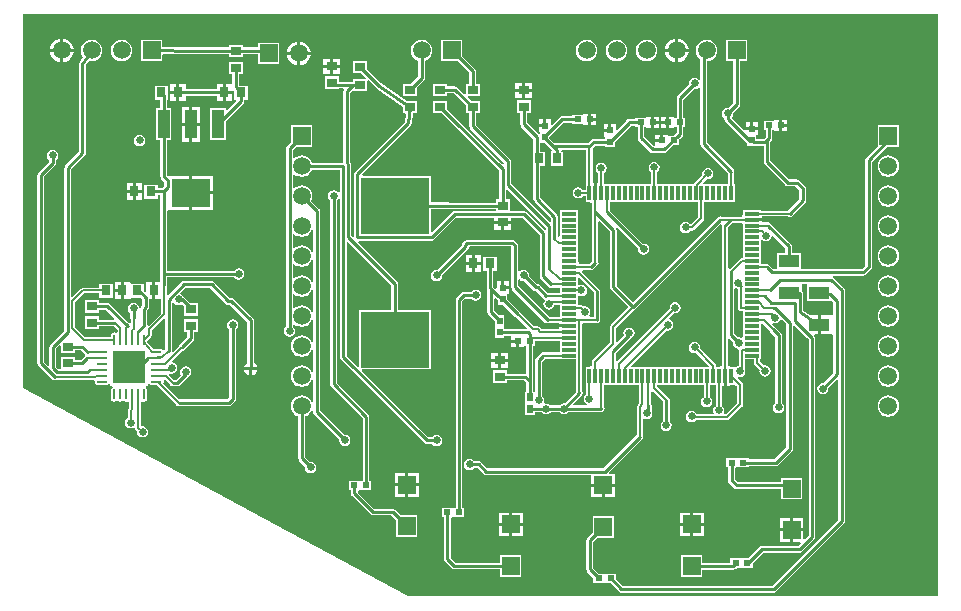
<source format=gtl>
%FSTAX23Y23*%
%MOIN*%
%SFA1B1*%

%IPPOS*%
%ADD10R,0.226380X0.187010*%
%ADD11O,0.037400X0.009840*%
%ADD12O,0.009840X0.037400*%
%ADD13R,0.106300X0.106300*%
%ADD14R,0.019690X0.023620*%
%ADD15R,0.023620X0.019690*%
%ADD16R,0.020000X0.025000*%
%ADD17R,0.035430X0.031500*%
%ADD18R,0.031500X0.035430*%
%ADD19R,0.066930X0.043310*%
%ADD20R,0.035430X0.027560*%
%ADD21R,0.059060X0.059060*%
%ADD22R,0.047240X0.011810*%
%ADD23R,0.011810X0.047240*%
%ADD24R,0.129920X0.094490*%
%ADD25R,0.039370X0.094490*%
%ADD26R,0.027560X0.035430*%
%ADD27C,0.010000*%
%ADD28C,0.008270*%
%ADD29C,0.006000*%
%ADD30C,0.006890*%
%ADD31C,0.008000*%
%ADD32C,0.059060*%
%ADD33R,0.059060X0.059060*%
%ADD34C,0.025000*%
%LNhanc_digital-1*%
%LPD*%
G36*
X0655Y0464D02*
Y0454D01*
Y027*
X04785*
X04343Y02939*
X035Y03396*
Y0464*
X0655*
G37*
%LNhanc_digital-2*%
%LPC*%
G36*
X04997Y03805D02*
X04976D01*
Y03782*
X04997*
Y03805*
G37*
G36*
X05119Y03751D02*
X05105D01*
Y03734*
X05119*
Y03751*
G37*
G36*
X03827Y03747D02*
X03806D01*
Y03725*
X03827*
Y03747*
G37*
G36*
X04997Y03837D02*
X04976D01*
Y03815*
X04997*
Y03837*
G37*
G36*
X06385Y0387D02*
X06375Y03869D01*
X06367Y03866*
X06359Y0386*
X06353Y03852*
X0635Y03844*
X06349Y03835*
X0635Y03825*
X06353Y03817*
X06359Y03809*
X06367Y03803*
X06375Y038*
X06385Y03799*
X06394Y038*
X06402Y03803*
X0641Y03809*
X06416Y03817*
X06419Y03825*
X0642Y03835*
X06419Y03844*
X06416Y03852*
X0641Y0386*
X06402Y03866*
X06394Y03869*
X06385Y0387*
G37*
G36*
X05028Y03805D02*
X05007D01*
Y03782*
X05028*
Y03805*
G37*
G36*
X06385Y0367D02*
X06375Y03669D01*
X06367Y03666*
X06359Y0366*
X06353Y03652*
X0635Y03644*
X06349Y03635*
X0635Y03625*
X06353Y03617*
X06359Y03609*
X06367Y03603*
X06375Y036*
X06385Y03599*
X06394Y036*
X06402Y03603*
X0641Y03609*
X06416Y03617*
X06419Y03625*
X0642Y03635*
X06419Y03644*
X06416Y03652*
X0641Y0366*
X06402Y03666*
X06394Y03669*
X06385Y0367*
G37*
G36*
X05145Y03545D02*
X05128D01*
Y0353*
X05145*
Y03545*
G37*
G36*
X06385Y0357D02*
X06375Y03569D01*
X06367Y03566*
X06359Y0356*
X06353Y03552*
X0635Y03544*
X06349Y03535*
X0635Y03525*
X06353Y03517*
X06359Y03509*
X06367Y03503*
X06375Y035*
X06385Y03499*
X06394Y035*
X06402Y03503*
X0641Y03509*
X06416Y03517*
X06419Y03525*
X0642Y03535*
X06419Y03544*
X06416Y03552*
X0641Y0356*
X06402Y03566*
X06394Y03569*
X06385Y0357*
G37*
G36*
X0501Y03723D02*
X05002Y03722D01*
X04996Y03718*
X04995Y03716*
X0497*
Y03716*
X04965Y03715*
X04962Y03712*
X04946Y03697*
X04944Y03693*
X04943Y03689*
Y02999*
X04939Y02995*
X04933*
X04931*
X04897*
Y02964*
X04904*
Y02824*
X04904Y0282*
X04907Y02816*
X04929Y02794*
X04933Y02791*
X04937Y0279*
X05091*
Y02766*
X05162*
Y02837*
X05091*
Y02813*
X04942*
X04926Y02829*
Y0296*
X0493Y02964*
X04936*
X04938*
X04972*
Y02995*
X04965*
Y03685*
X04974Y03693*
X04995*
X04996Y03691*
X05002Y03687*
X0501Y03686*
X05017Y03687*
X05023Y03691*
X05027Y03697*
X05028Y03705*
X05027Y03712*
X05023Y03718*
X05017Y03722*
X0501Y03723*
G37*
G36*
X06385Y0377D02*
X06375Y03769D01*
X06367Y03766*
X06359Y0376*
X06353Y03752*
X0635Y03744*
X06349Y03735*
X0635Y03725*
X06353Y03717*
X06359Y03709*
X06367Y03703*
X06375Y037*
X06385Y03699*
X06394Y037*
X06402Y03703*
X0641Y03709*
X06416Y03717*
X06419Y03725*
X0642Y03735*
X06419Y03744*
X06416Y03752*
X0641Y0376*
X06402Y03766*
X06394Y03769*
X06385Y0377*
G37*
G36*
X03827Y03715D02*
X03806D01*
Y03692*
X03827*
Y03715*
G37*
G36*
X05028Y03837D02*
X05007D01*
Y03815*
X05028*
Y03837*
G37*
G36*
X03867Y04077D02*
X03846D01*
Y04055*
X03867*
Y04077*
G37*
G36*
X04134Y04103D02*
X04065D01*
Y0405*
X04134*
Y04103*
G37*
G36*
X03898Y04045D02*
X03877D01*
Y04022*
X03898*
Y04045*
G37*
G36*
X0389Y04238D02*
X03882Y04237D01*
X03876Y04233*
X03872Y04227*
X03871Y0422*
X03872Y04212*
X03876Y04206*
X03882Y04202*
X0389Y04201*
X03897Y04202*
X03903Y04206*
X03907Y04212*
X03908Y0422*
X03907Y04227*
X03903Y04233*
X03897Y04237*
X0389Y04238*
G37*
G36*
X06385Y0417D02*
X06375Y04169D01*
X06367Y04166*
X06359Y0416*
X06353Y04152*
X0635Y04144*
X06349Y04135*
X0635Y04125*
X06353Y04117*
X06359Y04109*
X06367Y04103*
X06375Y041*
X06385Y04099*
X06394Y041*
X06402Y04103*
X0641Y04109*
X06416Y04117*
X06419Y04125*
X0642Y04135*
X06419Y04144*
X06416Y04152*
X0641Y0416*
X06402Y04166*
X06394Y04169*
X06385Y0417*
G37*
G36*
X03898Y04077D02*
X03877D01*
Y04055*
X03898*
Y04077*
G37*
G36*
X05127Y03942D02*
X05105D01*
Y03921*
X05127*
Y03942*
G37*
G36*
X05095D02*
X05072D01*
Y03921*
X05095*
Y03942*
G37*
G36*
X06385Y0397D02*
X06375Y03969D01*
X06367Y03966*
X06359Y0396*
X06353Y03952*
X0635Y03944*
X06349Y03935*
X0635Y03925*
X06353Y03917*
X06359Y03909*
X06367Y03903*
X06375Y039*
X06385Y03899*
X06394Y039*
X06402Y03903*
X0641Y03909*
X06416Y03917*
X06419Y03925*
X0642Y03935*
X06419Y03944*
X06416Y03952*
X0641Y0396*
X06402Y03966*
X06394Y03969*
X06385Y0397*
G37*
G36*
X03867Y04045D02*
X03846D01*
Y04022*
X03867*
Y04045*
G37*
G36*
X06385Y0407D02*
X06375Y04069D01*
X06367Y04066*
X06359Y0406*
X06353Y04052*
X0635Y04044*
X06349Y04035*
X0635Y04025*
X06353Y04017*
X06359Y04009*
X06367Y04003*
X06375Y04*
X06385Y03999*
X06394Y04*
X06402Y04003*
X0641Y04009*
X06416Y04017*
X06419Y04025*
X0642Y04035*
X06419Y04044*
X06416Y04052*
X0641Y0406*
X06402Y04066*
X06394Y04069*
X06385Y0407*
G37*
G36*
X04134Y0404D02*
X04065D01*
Y03988*
X04134*
Y0404*
G37*
G36*
X05725Y02979D02*
X0569D01*
Y02945*
X05725*
Y02979*
G37*
G36*
X05122D02*
X05087D01*
Y02945*
X05122*
Y02979*
G37*
G36*
X06102Y02961D02*
X06068D01*
Y02927*
X06102*
Y02961*
G37*
G36*
X0543Y03065D02*
X05395D01*
Y0303*
X0543*
Y03065*
G37*
G36*
X05769Y02979D02*
X05735D01*
Y02945*
X05769*
Y02979*
G37*
G36*
X05166D02*
X05132D01*
Y02945*
X05166*
Y02979*
G37*
G36*
Y02935D02*
X05132D01*
Y029*
X05166*
Y02935*
G37*
G36*
X05122D02*
X05087D01*
Y029*
X05122*
Y02935*
G37*
G36*
X06058Y02917D02*
X06023D01*
Y02882*
X06058*
Y02917*
G37*
G36*
Y02961D02*
X06023D01*
Y02927*
X06058*
Y02961*
G37*
G36*
X05769Y02935D02*
X05735D01*
Y029*
X05769*
Y02935*
G37*
G36*
X05725D02*
X0569D01*
Y029*
X05725*
Y02935*
G37*
G36*
X05474Y03065D02*
X0544D01*
Y0303*
X05474*
Y03065*
G37*
G36*
X05085Y03482D02*
X05062D01*
Y03461*
X05085*
Y03482*
G37*
G36*
X04281Y03455D02*
X04265D01*
Y03438*
X04268Y03438*
X04276Y03443*
X04281Y03451*
X04281Y03455*
G37*
G36*
X04255D02*
X04238D01*
X04238Y03451*
X04243Y03443*
X04251Y03438*
X04255Y03438*
Y03455*
G37*
G36*
X05117Y03513D02*
X05095D01*
Y03492*
X05117*
Y03513*
G37*
G36*
X05085D02*
X05062D01*
Y03492*
X05085*
Y03513*
G37*
G36*
X05117Y03482D02*
X05095D01*
Y03461*
X05117*
Y03482*
G37*
G36*
X04775Y03112D02*
X0474D01*
Y03077*
X04775*
Y03112*
G37*
G36*
X04819Y03067D02*
X04785D01*
Y03033*
X04819*
Y03067*
G37*
G36*
X04775D02*
X0474D01*
Y03033*
X04775*
Y03067*
G37*
G36*
X06385Y0347D02*
X06375Y03469D01*
X06367Y03466*
X06359Y0346*
X06353Y03452*
X0635Y03444*
X06349Y03435*
X0635Y03425*
X06353Y03417*
X06359Y03409*
X06367Y03403*
X06375Y034*
X06385Y03399*
X06394Y034*
X06402Y03403*
X0641Y03409*
X06416Y03417*
X06419Y03425*
X0642Y03435*
X06419Y03444*
X06416Y03452*
X0641Y0346*
X06402Y03466*
X06394Y03469*
X06385Y0347*
G37*
G36*
Y0337D02*
X06375Y03369D01*
X06367Y03366*
X06359Y0336*
X06353Y03352*
X0635Y03344*
X06349Y03335*
X0635Y03325*
X06353Y03317*
X06359Y03309*
X06367Y03303*
X06375Y033*
X06385Y03299*
X06394Y033*
X06402Y03303*
X0641Y03309*
X06416Y03317*
X06419Y03325*
X0642Y03335*
X06419Y03344*
X06416Y03352*
X0641Y0336*
X06402Y03366*
X06394Y03369*
X06385Y0337*
G37*
G36*
X04819Y03112D02*
X04785D01*
Y03077*
X04819*
Y03112*
G37*
G36*
X04055Y04269D02*
X0403D01*
Y04216*
X04055*
Y04269*
G37*
G36*
X05719Y04515D02*
X05685D01*
Y0448*
X0569Y04481*
X05699Y04485*
X05708Y04491*
X05714Y045*
X05718Y04509*
X05719Y04515*
G37*
G36*
X0373Y04555D02*
X0372Y04554D01*
X03712Y04551*
X03704Y04545*
X03698Y04537*
X03695Y04529*
X03694Y0452*
X03695Y0451*
X03698Y04502*
X03701Y04498*
X03689Y04482*
X03689Y0448*
X03688Y04479*
X03688Y04478*
X03687Y04478*
X03687Y04476*
X03687Y04475*
Y04183*
X03641Y04137*
X03639Y04133*
X03638Y04129*
Y03678*
X03638Y03675*
Y03586*
X03592Y03539*
X03589Y03535*
X03588Y03531*
Y03471*
X03584Y03469*
X03571Y03482*
Y041*
X03607Y04137*
X0361Y0414*
X03611Y04145*
Y04155*
X03613Y04156*
X03617Y04162*
X03618Y0417*
X03617Y04177*
X03613Y04183*
X03607Y04187*
X036Y04188*
X03592Y04187*
X03586Y04183*
X03582Y04177*
X03581Y0417*
X03582Y04162*
X03586Y04156*
X03588Y04155*
Y04149*
X03552Y04112*
X03549Y04109*
X03548Y04105*
Y03478*
X03549Y03473*
X03552Y0347*
X03598Y03424*
X03601Y03421*
X03606Y0342*
X0361Y03421*
X03611Y03422*
X03736*
X03736Y03422*
X03739Y03417*
X03739Y03415*
X0374Y03411*
X03742Y03407*
X03746Y03405*
X0375Y03404*
X03778*
X03782Y03405*
X03786Y03407*
X03786Y03409*
X03791Y03407*
Y03401*
X03797*
X03799Y03396*
X03797Y03396*
X03795Y03392*
X03794Y03388*
Y0336*
X03795Y03356*
X03797Y03352*
X03801Y0335*
X03805Y03349*
X0381Y0335*
X03812Y03351*
X03815Y03352*
X03819Y03351*
X03821Y0335*
X03825Y03349*
X03829Y0335*
X03831Y03351*
X03835Y03352*
X03838Y03351*
X0384Y0335*
X03845Y03349*
X03849Y0335*
X0385Y03351*
X03855Y03348*
Y03328*
X03852Y03325*
X0385Y03322*
X03849Y03319*
Y03295*
X03845Y03292*
X03841Y03286*
X0384Y03279*
X03841Y03271*
X03845Y03265*
X03851Y03261*
X03859Y0326*
X03866Y03261*
X03869Y03263*
X03869Y03263*
X03874Y03261*
X03875Y03259*
X03877Y03256*
X0388Y03252*
X0388Y03249*
X03881Y03241*
X03885Y03235*
X03891Y03231*
X03899Y0323*
X03906Y03231*
X03912Y03235*
X03916Y03241*
X03917Y03249*
X03916Y03256*
X03912Y03262*
X03906Y03266*
X03899Y03267*
X03898Y03267*
X03893Y03271*
Y03348*
X03898Y03351*
X03899Y0335*
X03904Y03349*
X03908Y0335*
X03912Y03352*
X03914Y03356*
X03915Y0336*
Y03388*
X03914Y03392*
X03912Y03396*
X0391Y03396*
X03912Y03401*
X03918*
Y03407*
X03923Y03409*
X03923Y03407*
X03927Y03405*
X03931Y03404*
X03948*
X04009Y03343*
X04009Y03341*
X04011Y03338*
X04015Y03335*
X04019Y03334*
X04187*
X04191Y03335*
X04195Y03338*
X04207Y0335*
X0421Y03354*
X04211Y03358*
Y03591*
X04213Y03592*
X04217Y03598*
X04218Y03606*
X04217Y03613*
X04213Y03619*
X04207Y03623*
X042Y03624*
X04192Y03623*
X04186Y03619*
X04182Y03613*
X04181Y03606*
X04182Y03598*
X04186Y03592*
X04188Y03591*
Y03363*
X04182Y03357*
X04021*
X03968Y0341*
X03969Y03411*
X0397Y03415*
X0397Y03417*
X03972Y03422*
X03973Y03423*
X03975Y03423*
X03989Y03409*
X03989Y03408*
X03992Y03404*
X03995Y03402*
X04Y03401*
X04015*
X04019Y03402*
X04023Y03404*
X0405Y03431*
X04056Y03435*
X0406Y03441*
X04061Y03449*
X0406Y03456*
X04056Y03462*
X0405Y03466*
X04043Y03467*
X04035Y03466*
X04029Y03462*
X04025Y03456*
X04024Y03449*
X04025Y03441*
X04026Y03439*
X0401Y03423*
X04002*
X03986Y03439*
X03988Y03443*
X03989Y03444*
X03996Y03442*
X04003Y03444*
X04009Y03448*
X04013Y03454*
X04015Y03461*
X04013Y03468*
X04009Y03474*
X04003Y03478*
X03999Y03479*
X03998Y03485*
X04032Y03519*
X04034Y03519*
X04037Y03522*
X04067Y03552*
X0407Y03555*
X04071Y0356*
Y0358*
X04083*
Y03624*
X04036*
Y0358*
X04048*
Y03564*
X04022Y03537*
X04019Y03534*
X04019Y03532*
X04002Y03515*
X03997Y03517*
X03997Y03518*
Y03681*
X04002Y03682*
X04002Y03682*
X04006Y03676*
X04012Y03672*
X0402Y03671*
X04027Y03672*
X04029Y03674*
X04036Y03667*
Y03635*
X04083*
Y03679*
X04056*
X04037Y03697*
X04036Y03699*
X04033Y03703*
X04027Y03707*
X04026Y03707*
X04024Y03712*
X04041Y03728*
X04125*
X04177Y03676*
X04181Y03673*
X04185Y03673*
X04191*
X04248Y03615*
Y03479*
X04243Y03476*
X04238Y03468*
X04238Y03465*
X04281*
X04281Y03468*
X04276Y03476*
X04271Y03479*
Y0362*
X0427Y03624*
X04267Y03627*
X04203Y03692*
X04199Y03694*
X04195Y03695*
X0419*
X04137Y03747*
X04134Y0375*
X0413Y03751*
Y03751*
X04036*
Y03751*
X04032Y0375*
X04028Y03747*
X03983Y03702*
X03979Y03704*
Y03732*
X0398Y03734*
X03981Y03738*
Y03764*
X04205*
X04206Y03762*
X04212Y03758*
X0422Y03756*
X04227Y03758*
X04233Y03762*
X04237Y03768*
X04238Y03775*
X04237Y03782*
X04233Y03788*
X04227Y03792*
X0422Y03794*
X04212Y03792*
X04206Y03788*
X04205Y03786*
X03981*
Y03985*
X03985Y03988*
X04055*
Y04045*
Y04103*
X03985*
X03981Y04105*
X0398Y04106*
Y0422*
X03995*
Y04327*
X0398*
Y04356*
X03984*
Y04403*
X0394*
Y04356*
X03958*
Y04327*
X03943*
Y0422*
X03958*
Y041*
X03959Y04095*
X03961Y04092*
X03972Y0408*
Y04068*
X03965Y04061*
X03949*
Y04073*
X03905*
Y04026*
X03949*
Y04038*
X03958*
Y0377*
X03958*
X03958*
Y03747*
X03942*
Y0372*
Y03692*
X0396*
Y03643*
X03919Y03602*
X03914Y03604*
Y03654*
X03917Y03658*
X0392Y03661*
X03921Y03665*
Y03692*
X03932*
Y0372*
Y03747*
X03911*
Y03718*
X03907Y03716*
X03904Y03718*
Y03743*
X03863*
X0386*
X03858Y03747*
X03858*
X03837*
Y0372*
Y03692*
X03858*
X0386Y03696*
X03863*
X03894*
X03898Y03691*
Y0367*
X03895Y03667*
X03893Y03663*
X03892Y03663*
X03888Y03663*
X03887Y03667*
X03883Y03673*
X03877Y03677*
X0387Y03678*
X03862Y03677*
X03856Y03673*
X03852Y03667*
X03851Y0366*
X03852Y03652*
X03856Y03646*
X03858Y03645*
Y03627*
X03859Y03623*
X0386Y03622*
Y03612*
X03855Y0361*
X0379Y03675*
X03786Y03677*
X03782Y03678*
X03753*
Y03689*
X03706*
Y03645*
X03753*
Y03656*
X03777*
X03805Y03628*
X03803Y03623*
X03753*
Y03634*
X03706*
Y0359*
X03753*
Y03601*
X03804*
X03816Y03589*
Y03581*
X03811Y03578*
X0381Y03579*
X03805Y0358*
X03801Y03579*
X03797Y03577*
X03795Y03573*
X03794Y03569*
Y03564*
X03708*
X03673Y03599*
Y03679*
X03703Y0371*
X03755*
Y03696*
X03799*
Y03743*
X03755*
Y03729*
X037*
X03696Y03728*
X03693Y03726*
X03665Y03699*
X0366Y037*
Y04124*
X03706Y0417*
X03709Y04174*
X0371Y04178*
Y04472*
X03719Y04485*
X0372Y04485*
X0373Y04484*
X03739Y04485*
X03747Y04488*
X03755Y04494*
X03761Y04502*
X03764Y0451*
X03765Y0452*
X03764Y04529*
X03761Y04537*
X03755Y04545*
X03747Y04551*
X03739Y04554*
X0373Y04555*
G37*
G36*
X0483D02*
X0482Y04554D01*
X04812Y04551*
X04804Y04545*
X04798Y04537*
X04795Y04529*
X04794Y0452*
X04795Y0451*
X04798Y04502*
X04804Y04494*
X04812Y04488*
X04818Y04486*
Y04434*
X04793Y04409*
X04766*
Y04369*
X04813*
Y04397*
X04837Y04421*
X0484Y04425*
X04841Y04429*
Y04486*
X04847Y04488*
X04855Y04494*
X04861Y04502*
X04864Y0451*
X04865Y0452*
X04864Y04529*
X04861Y04537*
X04855Y04545*
X04847Y04551*
X04839Y04554*
X0483Y04555*
G37*
G36*
X05675Y04515D02*
X0564D01*
X05641Y04509*
X05645Y045*
X05651Y04491*
X0566Y04485*
X05669Y04481*
X05675Y0448*
Y04515*
G37*
G36*
X03669D02*
X03635D01*
Y0448*
X0364Y04481*
X03649Y04485*
X03658Y04491*
X03664Y045*
X03668Y04509*
X03669Y04515*
G37*
G36*
X04012Y04407D02*
X03991D01*
Y04385*
X04012*
Y04407*
G37*
G36*
X05165Y04382D02*
X05142D01*
Y04361*
X05165*
Y04382*
G37*
G36*
X04198Y04375D02*
X04177D01*
Y04352*
X04198*
Y04375*
G37*
G36*
X04012D02*
X03991D01*
Y04352*
X04012*
Y04375*
G37*
G36*
X0383Y04555D02*
X0382Y04554D01*
X03812Y04551*
X03804Y04545*
X03798Y04537*
X03795Y04529*
X03794Y0452*
X03795Y0451*
X03798Y04502*
X03804Y04494*
X03812Y04488*
X0382Y04485*
X0383Y04484*
X03839Y04485*
X03847Y04488*
X03855Y04494*
X03861Y04502*
X03864Y0451*
X03865Y0452*
X03864Y04529*
X03861Y04537*
X03855Y04545*
X03847Y04551*
X03839Y04554*
X0383Y04555*
G37*
G36*
X05197Y04382D02*
X05175D01*
Y04361*
X05197*
Y04382*
G37*
G36*
X0538Y04555D02*
X0537Y04554D01*
X05362Y04551*
X05354Y04545*
X05348Y04537*
X05345Y04529*
X05344Y0452*
X05345Y0451*
X05348Y04502*
X05354Y04494*
X05362Y04488*
X0537Y04485*
X0538Y04484*
X05389Y04485*
X05397Y04488*
X05405Y04494*
X05411Y04502*
X05414Y0451*
X05415Y0452*
X05414Y04529*
X05411Y04537*
X05405Y04545*
X05397Y04551*
X05389Y04554*
X0538Y04555*
G37*
G36*
X0578D02*
X0577Y04554D01*
X05762Y04551*
X05754Y04545*
X05748Y04537*
X05745Y04529*
X05744Y0452*
X05745Y0451*
X05748Y04502*
X05754Y04494*
X05758Y04491*
Y04424*
X05753Y04422*
X05753Y04423*
X05747Y04427*
X0574Y04428*
X05732Y04427*
X05726Y04423*
X05722Y04417*
X05721Y0441*
X05721Y04407*
X05682Y04368*
X05679Y04364*
X05679Y0436*
Y04295*
X05672*
Y04299*
X05655*
Y0428*
Y0426*
X05672*
Y04264*
X05679*
Y04246*
X05676Y04244*
X05667Y04235*
X05652*
Y04239*
X05635*
Y0422*
X0563*
Y04215*
X05608*
Y04203*
X05603Y04202*
X05571Y04234*
Y04264*
X05577*
Y0426*
X05594*
Y0428*
Y04299*
X05577*
Y04295*
X05542*
Y04291*
X0552*
X05515Y0429*
X05512Y04287*
X05509Y04284*
X05509Y04282*
X05482Y04255*
X05477Y04257*
Y04276*
X05462*
Y04254*
X05457*
Y04249*
X05437*
Y04232*
X05441*
Y04226*
X05403*
X05399Y04225*
X05395Y04222*
X05384Y04211*
X05272*
X05255Y04227*
Y04232*
X05302Y04278*
X05332*
Y04274*
X05367*
Y0427*
X05384*
Y0429*
Y04309*
X05367*
Y04305*
X05332*
Y04301*
X05303*
X05303Y04301*
X05298Y04302*
X05294Y04301*
X0529Y04299*
X05264Y04272*
X05259Y04274*
Y04291*
X05245*
Y04269*
X0524*
Y04264*
X0522*
Y04247*
X05224*
Y04242*
X05219Y0424*
X05181Y04278*
Y0431*
X05193*
Y04354*
X05146*
Y0431*
X05158*
Y04274*
X05159Y04269*
X05162Y04266*
X05202Y04225*
Y04183*
X052*
Y04136*
X05202*
Y04024*
X05203Y0402*
X05206Y04016*
X0526Y03962*
Y03951*
X05256Y03949*
X05127Y04078*
Y04151*
X05126Y04155*
X05123Y04158*
X05011Y04271*
Y0431*
X05023*
Y0435*
X04996*
X04981Y04365*
X04983Y04369*
X05023*
Y04409*
X05011*
Y0445*
X0501Y04454*
X05007Y04457*
X04965Y045*
Y04555*
X04894*
Y04484*
X04949*
X04988Y04445*
Y04409*
X04976*
Y04376*
X04971Y04374*
X04948Y04397*
X04945Y04399*
X0494Y044*
X04913*
Y04409*
X04866*
Y04369*
X04913*
Y04378*
X04936*
X04976Y04338*
Y0431*
X04988*
Y04267*
X04989Y04262*
X04992Y04259*
X05104Y04146*
X05103Y04143*
X05098Y04141*
X04942Y04297*
X04942Y04297*
X04942Y04297*
X04913Y04324*
Y0435*
X04866*
Y0431*
X04895*
X04927Y04281*
X05088Y0412*
Y04024*
X05076*
Y04013*
X04923*
X04923Y04013*
X04919Y04014*
X04859*
Y04102*
X04633*
X04631Y04107*
X04792Y04269*
X04793Y0427*
X04794Y04271*
X04795Y04272*
X04795Y04272*
X04795Y04274*
X04796Y04276*
X04799Y0431*
X04813*
Y0435*
X04781*
X04695Y0441*
X04648Y04456*
Y04484*
X04601*
Y04444*
X04628*
X04643Y04429*
X04641Y04425*
X04601*
Y04421*
X04601Y04416*
X04553*
Y04434*
X04506*
Y0439*
X04553*
Y04394*
X04567*
X04569Y04389*
X04569Y04388*
X04568Y04384*
Y04147*
X04567Y04146*
X04463*
X04461Y04152*
X04455Y0416*
X04447Y04166*
X04439Y04169*
X0443Y0417*
X0442Y04169*
X04412Y04166*
X04405Y0416*
X044Y04161*
Y04189*
X0441Y04199*
X04465*
Y0427*
X04394*
Y04215*
X04381Y04201*
X04378Y04198*
X04377Y04194*
Y03599*
X04375Y03598*
X04371Y03592*
X0437Y03585*
X04371Y03577*
X04375Y03571*
X04381Y03567*
X04389Y03566*
X04396Y03567*
X04402Y03571*
X04406Y03577*
X04407Y03585*
X04406Y03592*
X04402Y03598*
X044Y03599*
Y03608*
X04405Y03609*
X04412Y03603*
X0442Y036*
X0443Y03599*
X04439Y036*
X04447Y03603*
X04455Y03609*
X04461Y03617*
X04462Y03621*
X04467Y0362*
Y03549*
X04462Y03548*
X04461Y03552*
X04455Y0356*
X04447Y03566*
X04439Y03569*
X0443Y0357*
X0442Y03569*
X04412Y03566*
X04404Y0356*
X04398Y03552*
X04395Y03544*
X04394Y03535*
X04395Y03525*
X04398Y03517*
X04404Y03509*
X04412Y03503*
X0442Y035*
X0443Y03499*
X04439Y035*
X04447Y03503*
X04455Y03509*
X04461Y03517*
X04462Y03521*
X04467Y0352*
Y03449*
X04462Y03448*
X04461Y03452*
X04455Y0346*
X04447Y03466*
X04439Y03469*
X0443Y0347*
X0442Y03469*
X04412Y03466*
X04404Y0346*
X04398Y03452*
X04395Y03444*
X04394Y03435*
X04395Y03425*
X04398Y03417*
X04404Y03409*
X04412Y03403*
X0442Y034*
X0443Y03399*
X04439Y034*
X04447Y03403*
X04455Y03409*
X04461Y03417*
X04462Y03421*
X04467Y0342*
Y03349*
X04462Y03348*
X04461Y03352*
X04455Y0336*
X04447Y03366*
X04439Y03369*
X0443Y0337*
X0442Y03369*
X04412Y03366*
X04404Y0336*
X04398Y03352*
X04395Y03344*
X04394Y03335*
X04395Y03325*
X04398Y03317*
X04404Y03309*
X04412Y03303*
X04418Y03301*
Y0316*
X04419Y03155*
X04422Y03152*
X04441Y03132*
X04441Y0313*
X04442Y03122*
X04446Y03116*
X04452Y03112*
X0446Y03111*
X04467Y03112*
X04473Y03116*
X04477Y03122*
X04478Y0313*
X04477Y03137*
X04473Y03143*
X04467Y03147*
X0446Y03148*
X04457Y03148*
X04441Y03164*
Y03301*
X04447Y03303*
X04455Y03309*
X04461Y03317*
X04461Y03319*
X04467Y03318*
X04467Y03316*
X04468Y03311*
X04471Y03308*
X04555Y03223*
X04555Y03221*
X04556Y03213*
X0456Y03207*
X04566Y03203*
X04574Y03202*
X04581Y03203*
X04587Y03207*
X04591Y03213*
X04592Y03221*
X04591Y03228*
X04587Y03234*
X04581Y03238*
X04574Y03239*
X04571Y03239*
X0449Y0332*
Y03986*
X04489Y0399*
X04486Y03993*
X04461Y04019*
X04464Y04025*
X04465Y04035*
X04464Y04044*
X04461Y04052*
X04455Y0406*
X04447Y04066*
X04439Y04069*
X0443Y0407*
X0442Y04069*
X04412Y04066*
X04405Y0406*
X044Y04061*
Y04108*
X04405Y04109*
X04412Y04103*
X0442Y041*
X0443Y04099*
X04439Y041*
X04447Y04103*
X04455Y04109*
X04461Y04117*
X04463Y04123*
X04556*
Y04047*
X04551Y04045*
X04549Y04049*
X04543Y04053*
X04536Y04054*
X04528Y04053*
X04522Y04049*
X04518Y04043*
X04517Y04036*
X04518Y04028*
X04522Y04022*
X04524Y04021*
Y03408*
X04525Y03403*
X04528Y034*
X04633Y03294*
Y03089*
X04629Y03085*
X04623*
X04621*
X04587*
Y03054*
X04594*
Y03044*
X04594Y03039*
X04597Y03036*
X04659Y02974*
X04663Y02971*
X04667Y0297*
X04728*
X04744Y02954*
Y02899*
X04815*
Y0297*
X0476*
X0474Y02989*
X04737Y02992*
X04733Y02993*
X04671*
X04618Y03046*
Y03052*
X0462Y03054*
X04626*
X04628*
X04662*
Y03085*
X04655*
Y03299*
X04655Y03303*
X04652Y03307*
X04547Y03412*
Y04021*
X04549Y04022*
X04551Y04026*
X04556Y04024*
Y03499*
X04557Y03494*
X0456Y03491*
X04839Y03212*
X04842Y03209*
X04847Y03208*
Y03208*
X04865*
X04866Y03206*
X04872Y03202*
X0488Y03201*
X04887Y03202*
X04893Y03206*
X04897Y03212*
X04898Y0322*
X04897Y03227*
X04893Y03233*
X04887Y03237*
X0488Y03238*
X04872Y03237*
X04866Y03233*
X04865Y03231*
X04851*
X0463Y03452*
X04632Y03457*
X04859*
Y03656*
X04751*
Y03742*
X0475Y03747*
X04747Y0375*
X04616Y03881*
X04619Y03886*
X04863*
Y03886*
X04867Y03887*
X0487Y0389*
X04943Y03962*
X05072*
Y03952*
X05127*
Y03962*
X05166*
X05223Y03905*
Y03767*
X05224Y03763*
X05226Y03759*
X05254Y03732*
X05257Y03729*
X05262Y03728*
X05266Y03729*
X05266Y03729*
X0529*
Y0371*
X05251*
X05224Y03737*
X0522Y0374*
X05216Y03741*
Y03741*
X05214*
X05188Y03767*
X05188Y0377*
X05187Y03777*
X05183Y03783*
X05177Y03787*
X0517Y03788*
X05162Y03787*
X05156Y03783*
X05156Y03782*
X05151Y03784*
Y0387*
X0515Y03874*
X05147Y03877*
X05139Y03886*
X05135Y03889*
X05131Y03889*
X04982*
X04977Y03889*
X04974Y03886*
X04967Y0388*
X04965Y03876*
X04964Y03872*
Y0387*
X04882Y03788*
X0488Y03788*
X04872Y03787*
X04866Y03783*
X04862Y03777*
X04861Y0377*
X04862Y03762*
X04866Y03756*
X04872Y03752*
X0488Y03751*
X04887Y03752*
X04893Y03756*
X04897Y03762*
X04898Y0377*
X04898Y03772*
X04983Y03857*
X04986Y03861*
X04986Y03865*
X04991Y03867*
X05126*
X05128Y03865*
Y03731*
X05129Y03727*
X05132Y03723*
X05241Y03613*
X05245Y03611*
X05249Y0361*
X05253Y03611*
X05255Y03612*
X05286*
Y03607*
X05319*
Y03597*
X05286*
Y03592*
X05227*
X05223Y03597*
X05219Y03599*
X05216Y036*
X05204*
X0516Y03644*
X0516Y03644*
X05158Y03647*
X05115Y0369*
Y03707*
X05119*
Y03724*
X051*
Y03729*
X05095*
Y03751*
X0508*
Y03728*
X05075Y03726*
X05068Y03733*
Y03786*
X05079*
Y03833*
X05035*
Y03786*
X05046*
Y03728*
X05046*
X05047Y03723*
X05048Y03721*
Y03649*
X05049Y03645*
X05052Y03641*
X05074Y03619*
Y03601*
Y03598*
Y03562*
X05105*
Y03569*
X05128*
Y03555*
X0515*
Y0355*
X05155*
Y0353*
X05172*
Y03534*
X05178*
Y03446*
X05175Y03443*
X05113*
Y03454*
X05066*
Y0341*
X05113*
Y03421*
X0517*
X05178Y03412*
Y03383*
X05174*
Y03348*
Y03346*
Y03343*
Y03306*
X05206*
Y03314*
X0523*
X05231Y03312*
X05237Y03308*
X05245Y03307*
X05252Y03308*
X05258Y03312*
X05259Y03314*
X05289*
X0529Y03312*
X05296Y03308*
X05304Y03307*
X05311Y03308*
X05317Y03312*
X05318Y03314*
X05427*
Y03314*
X05431Y03315*
X05435Y03318*
X05436Y03319*
X05438Y03322*
X05439Y03327*
X05438Y03331*
X05438Y03331*
Y03405*
X05555*
Y03345*
X0555Y03339*
X05547Y03336*
X05547Y03332*
Y03238*
X05435Y03127*
X05048*
X05027Y03147*
X05024Y0315*
X0502Y03151*
X05004*
X05003Y03153*
X04997Y03157*
X0499Y03158*
X04982Y03157*
X04976Y03153*
X04972Y03147*
X04971Y0314*
X04972Y03132*
X04976Y03126*
X04982Y03122*
X0499Y03121*
X04997Y03122*
X05003Y03126*
X05004Y03128*
X05015*
X05036Y03108*
X05039Y03105*
X05044Y03104*
X05395*
Y03075*
X05435*
X05474*
Y03109*
X05455*
X05454Y03114*
X05565Y03225*
X05567Y03229*
X05568Y03233*
X05567Y03237*
X05567Y03237*
Y0329*
X05572Y03293*
X05572Y03292*
X0558Y03291*
X05587Y03292*
X05593Y03296*
X05597Y03302*
X05598Y0331*
X05597Y03317*
X05596Y03318*
Y03339*
X05595Y03343*
X05595Y03343*
Y03383*
X056Y03385*
X05633Y03352*
Y03284*
X05631Y03283*
X05627Y03277*
X05626Y0327*
X05627Y03262*
X05631Y03256*
X05637Y03252*
X05645Y03251*
X05652Y03252*
X05658Y03256*
X05662Y03262*
X05663Y0327*
X05662Y03277*
X05658Y03283*
X05656Y03284*
Y03356*
X05655Y0336*
X05652Y03364*
X05649Y03366*
X05649Y03366*
X05615Y034*
X05615Y03405*
X0577*
Y03366*
X05766Y03363*
X05762Y03357*
X05761Y0335*
X05762Y03342*
X05766Y03336*
X05772Y03332*
X0578Y03331*
X05787Y03332*
X05793Y03336*
X05797Y03342*
X05798Y0335*
X05797Y03357*
X05793Y03363*
X05789Y03366*
Y03405*
X05811*
Y03336*
X05806Y03333*
X05802Y03327*
X05801Y0332*
X05802Y03312*
X05803Y03312*
X058Y03307*
X05747*
X05743Y03313*
X05737Y03317*
X0573Y03318*
X05722Y03317*
X05716Y03313*
X05712Y03307*
X05711Y033*
X05712Y03292*
X05716Y03286*
X05722Y03282*
X0573Y03281*
X05737Y03282*
X05743Y03286*
X05743Y03287*
X05847*
X05851Y03287*
X05854Y0329*
X05897Y03332*
X05899Y03336*
X059Y0334*
Y03406*
X05899Y0341*
X05897Y03413*
X05883Y03427*
X05885Y03431*
X0589Y03431*
X05897Y03432*
X05903Y03436*
X05907Y03442*
X05908Y0345*
X05907Y03457*
X05906Y03458*
Y03491*
X05937*
Y03478*
X05938Y03474*
X0594Y03471*
X05956Y03455*
X05955Y03452*
X05957Y03444*
X05961Y03438*
X05967Y03434*
X05974Y03433*
X05981Y03434*
X05987Y03438*
X05991Y03444*
X05993Y03452*
X05991Y03459*
X05987Y03465*
X05981Y03469*
X05974Y0347*
X0597Y0347*
X05958Y03482*
Y03491*
X05959*
Y03531*
Y0357*
Y03611*
X05964Y03611*
X05988Y03587*
X05988Y03587*
X05991Y03583*
X06008Y03566*
Y03344*
X06006Y03343*
X06002Y03337*
X06001Y0333*
X06002Y03322*
X06006Y03316*
X06012Y03312*
X0602Y03311*
X06027Y03312*
X06033Y03316*
X06037Y03322*
X06038Y0333*
X06037Y03337*
X06033Y03343*
X06031Y03344*
Y0357*
X0603Y03575*
X06027Y03578*
X06006Y03599*
X06003Y03602*
X06003Y03602*
X05997Y03608*
X06Y03612*
X06001Y03611*
X06008Y0361*
X06015Y03611*
X06021Y03615*
X06025Y03621*
X06026Y03622*
X0603Y03624*
X06045Y03609*
Y03197*
X06005Y03157*
X0592*
Y03161*
X05886*
X05884*
X05881*
X05879*
X05845*
Y0313*
X05852*
Y03086*
X05852Y03082*
X05855Y03078*
X05872Y03062*
X05875Y03059*
X0588Y03058*
X06027*
Y03024*
X06098*
Y03095*
X06027*
Y03081*
X05884*
X05874Y03091*
Y03126*
X05878Y0313*
X05884*
X05886*
X0592*
Y03134*
X0601*
X06014Y03135*
X06017Y03138*
X06064Y03185*
X06067Y03188*
X06068Y03193*
Y036*
X06072Y03602*
X06109Y03566*
X06112Y03563*
X06113Y03563*
X06119Y03557*
Y02903*
X06107Y02891*
X06102Y02892*
Y02917*
X06068*
Y02882*
X06092*
X06094Y02877*
X06085Y02869*
X05963*
X05958Y02868*
X05955Y02865*
X05916Y02827*
X05899*
X05897*
X05894*
X05892*
X05858*
Y02811*
X05765*
Y02837*
X05694*
Y02766*
X05765*
Y02789*
X05868*
X05868Y02789*
X05868Y02789*
X0587Y02789*
X05872Y02789*
X05872Y0279*
X05873Y0279*
X05874Y02791*
X05876Y02792*
X05876Y02792*
X05876Y02792*
X05879Y02796*
X05892*
X05894*
X05897*
X05899*
X05933*
Y02812*
X05967Y02846*
X0609*
Y02846*
X06094Y02847*
X06097Y0285*
X06138Y02891*
X06141Y02894*
X06142Y02899*
Y03562*
X06141Y03566*
X06138Y03569*
X06138Y0357*
X0614Y03575*
X0615*
Y03606*
Y03638*
X06125*
X061Y03653*
Y03711*
X061Y03716*
X06098Y03718*
Y03743*
X06103Y03743*
X06111*
X06115Y0374*
Y03685*
X06194*
X06197Y03686*
X06202Y03681*
Y0364*
X06198Y03638*
X0616*
Y03606*
Y03575*
X06198*
X06202Y03573*
Y03444*
X06169Y03411*
X06167Y03411*
X06159Y0341*
X06153Y03406*
X06149Y034*
X06148Y03393*
X06149Y03385*
X06153Y03379*
X06159Y03375*
X06167Y03374*
X06174Y03375*
X0618Y03379*
X06184Y03385*
X06185Y03393*
X06185Y03395*
X06214Y03424*
X06218Y03422*
Y02956*
X05998Y02736*
X05499*
X05477Y02758*
Y02775*
X05443*
X05441*
X05438*
X05436*
X0542*
X05401Y02794*
Y02882*
X05415Y02896*
X0547*
Y02967*
X05399*
Y02912*
X05382Y02895*
X05379Y02891*
X05378Y02887*
Y0279*
X05379Y02786*
X05382Y02782*
X05402Y02761*
Y02744*
X05436*
X05438*
X05441*
X05443*
X05459*
X05486Y02717*
X0549Y02714*
X05494Y02713*
X06003*
X06007Y02714*
X06011Y02717*
X06237Y02943*
X0624Y02947*
X06241Y02951*
Y0372*
X0624Y03724*
X06237Y03727*
X06202Y03762*
X062Y03764*
X062Y03768*
X062Y03769*
X06302*
X06306Y0377*
X06309Y03773*
X06326Y0379*
X06329Y03793*
X0633Y03798*
Y04149*
X0638Y04199*
X0642*
Y0427*
X06349*
Y042*
X06311Y04161*
X06308Y04158*
X06307Y04154*
Y03802*
X06297Y03792*
X06094*
Y03845*
X06064*
Y03867*
X06063Y03872*
X0606Y03875*
X05991Y03944*
X05988Y03947*
X05984Y03948*
X05979Y03947*
X05979Y03947*
X05963*
Y03951*
X0593*
Y03961*
X05963*
Y03967*
X0605*
X06051Y03965*
X06056Y03965*
X0606Y03965*
X06064Y03968*
X06107Y04012*
X0611Y04015*
X06111Y0402*
Y0406*
X0611Y04064*
X06107Y04067*
X06088Y04087*
X06084Y04089*
X0608Y0409*
X06054*
X05992Y04152*
Y04216*
X05995Y04219*
X05998Y04223*
X05998Y04227*
Y04254*
X06005*
Y0425*
X06022*
Y0427*
Y04289*
X06005*
Y04285*
X05969*
Y04254*
X05976*
Y04232*
X05973Y04229*
X0597Y04226*
X05945*
Y04237*
X05949*
Y04254*
X0591*
Y04254*
X05905Y04252*
X05863Y04294*
X05863Y04296*
X05867Y04302*
X05868Y0431*
X05868Y04312*
X05887Y04332*
X0589Y04335*
X05891Y0434*
Y04484*
X05915*
Y04555*
X05844*
Y04484*
X05868*
Y04344*
X05852Y04328*
X0585Y04328*
X05842Y04327*
X05836Y04323*
X05832Y04317*
X05831Y0431*
X05832Y04302*
X05836Y04296*
X05838Y04295*
Y04292*
X05839Y04287*
X05842Y04284*
X05913Y04212*
Y04212*
X05914Y04212*
Y04202*
X05945*
Y04203*
X0597*
Y04148*
X05971Y04143*
X05973Y0414*
X06042Y04071*
X06045Y04069*
X0605Y04068*
X06075*
X06088Y04055*
Y04024*
X06049Y03985*
X05959*
Y03988*
X059*
Y03972*
X05896*
Y03966*
X05864*
X05864Y03966*
X0586Y03967*
X05856Y03966*
X05856Y03966*
X05829*
X05829Y03966*
X05825Y03967*
X0582Y03966*
X05817Y03964*
X05534Y03681*
X05479Y03736*
Y03921*
X05478Y03925*
X05476Y03928*
X0548Y03931*
X05551Y0386*
X05551Y03858*
X05552Y0385*
X05556Y03844*
X05562Y0384*
X0557Y03839*
X05577Y0384*
X05583Y03844*
X05587Y0385*
X05588Y03858*
X05587Y03865*
X05583Y03871*
X05577Y03875*
X0557Y03876*
X05567Y03876*
X05458Y03985*
Y04015*
X0575*
Y03964*
X05729Y03943*
X05723Y03943*
X05717Y03947*
X0571Y03948*
X05702Y03947*
X05696Y03943*
X05692Y03937*
X05691Y0393*
X05692Y03922*
X05696Y03916*
X05702Y03912*
X0571Y03911*
X05717Y03912*
X05723Y03916*
X05725Y03919*
X05731*
X05734Y0392*
X05738Y03922*
X05768Y03952*
X0577Y03956*
X05771Y0396*
Y04015*
X05873*
Y04074*
X05871*
Y04112*
X05871Y04112*
X05872Y04116*
X05871Y04121*
X05869Y04124*
X05781Y04212*
Y04484*
X05789Y04485*
X05797Y04488*
X05805Y04494*
X05811Y04502*
X05814Y0451*
X05815Y0452*
X05814Y04529*
X05811Y04537*
X05805Y04545*
X05797Y04551*
X05789Y04554*
X0578Y04555*
G37*
G36*
X05197Y04413D02*
X05175D01*
Y04392*
X05197*
Y04413*
G37*
G36*
X04459Y04505D02*
X04425D01*
Y0447*
X0443Y04471*
X04439Y04475*
X04448Y04481*
X04454Y0449*
X04458Y04499*
X04459Y04505*
G37*
G36*
X04415D02*
X0438D01*
X04381Y04499*
X04385Y0449*
X04391Y04481*
X044Y04475*
X04409Y04471*
X04415Y0447*
Y04505*
G37*
G36*
X04557Y04462D02*
X04535D01*
Y04441*
X04557*
Y04462*
G37*
G36*
X04525D02*
X04502D01*
Y04441*
X04525*
Y04462*
G37*
G36*
X04557Y04493D02*
X04535D01*
Y04472*
X04557*
Y04493*
G37*
G36*
X03965Y04555D02*
X03894D01*
Y04484*
X03965*
Y04505*
X03969Y04508*
X04074Y04508*
X04074Y04508*
X04074Y04508*
X04186*
Y04499*
X04233*
Y04508*
X04284*
Y04474*
X04355*
Y04545*
X04284*
Y0453*
X04233*
Y04539*
X04186*
Y0453*
X04074*
X03965Y04531*
Y04555*
G37*
G36*
X03625Y04515D02*
X0359D01*
X03591Y04509*
X03595Y045*
X03601Y04491*
X0361Y04485*
X03619Y04481*
X03625Y0448*
Y04515*
G37*
G36*
X05165Y04413D02*
X05142D01*
Y04392*
X05165*
Y04413*
G37*
G36*
X04167Y04407D02*
X04146D01*
Y04391*
X04043*
Y04407*
X04022*
Y0438*
Y04352*
X04043*
Y04368*
X04146*
Y04352*
X04167*
Y0438*
Y04407*
G37*
G36*
X04525Y04493D02*
X04502D01*
Y04472*
X04525*
Y04493*
G37*
G36*
X04233Y0448D02*
X04186D01*
Y0444*
X04198*
Y04412*
X04198Y04407*
X04193*
X04177*
Y04385*
X04198*
X04203Y04386*
X04205Y04384*
Y04356*
X04209*
X04211Y04351*
X0418Y0432*
X04176Y04322*
Y04327*
X04124*
Y0422*
X04176*
Y04284*
X04235Y04343*
X04237Y04346*
X04238Y04351*
X04238*
Y04356*
X04249*
Y04403*
X04221*
Y0444*
X04233*
Y0448*
G37*
G36*
X05949Y04281D02*
X05935D01*
Y04264*
X05949*
Y04281*
G37*
G36*
X05925D02*
X0591D01*
Y04264*
X05925*
Y04281*
G37*
G36*
X05621Y04275D02*
X05604D01*
Y0426*
X05621*
Y04275*
G37*
G36*
X05235Y04291D02*
X0522D01*
Y04274*
X05235*
Y04291*
G37*
G36*
X03635Y04559D02*
Y04525D01*
X03669*
X03668Y0453*
X03664Y04539*
X03658Y04548*
X03649Y04554*
X0364Y04558*
X03635Y04559*
G37*
G36*
X05411Y04285D02*
X05394D01*
Y0427*
X05411*
Y04285*
G37*
G36*
X05685Y04559D02*
Y04525D01*
X05719*
X05718Y0453*
X05714Y04539*
X05708Y04548*
X05699Y04554*
X0569Y04558*
X05685Y04559*
G37*
G36*
X05625Y04239D02*
X05608D01*
Y04225*
X05625*
Y04239*
G37*
G36*
X04089Y04269D02*
X04065D01*
Y04216*
X04089*
Y04269*
G37*
G36*
X05645Y04275D02*
X05628D01*
Y0426*
X05645*
Y04275*
G37*
G36*
X05452Y04276D02*
X05437D01*
Y04259*
X05452*
Y04276*
G37*
G36*
X06048Y04265D02*
X06032D01*
Y0425*
X06048*
Y04265*
G37*
G36*
X04415Y04549D02*
X04409Y04548D01*
X044Y04544*
X04391Y04538*
X04385Y04529*
X04381Y0452*
X0438Y04515*
X04415*
Y04549*
G37*
G36*
X05645Y04299D02*
X05628D01*
Y04285*
X05645*
Y04299*
G37*
G36*
X05621D02*
X05604D01*
Y04285*
X05621*
Y04299*
G37*
G36*
X05411Y04309D02*
X05394D01*
Y04295*
X05411*
Y04309*
G37*
G36*
X0548Y04555D02*
X0547Y04554D01*
X05462Y04551*
X05454Y04545*
X05448Y04537*
X05445Y04529*
X05444Y0452*
X05445Y0451*
X05448Y04502*
X05454Y04494*
X05462Y04488*
X0547Y04485*
X0548Y04484*
X05489Y04485*
X05497Y04488*
X05505Y04494*
X05511Y04502*
X05514Y0451*
X05515Y0452*
X05514Y04529*
X05511Y04537*
X05505Y04545*
X05497Y04551*
X05489Y04554*
X0548Y04555*
G37*
G36*
X0558D02*
X0557Y04554D01*
X05562Y04551*
X05554Y04545*
X05548Y04537*
X05545Y04529*
X05544Y0452*
X05545Y0451*
X05548Y04502*
X05554Y04494*
X05562Y04488*
X0557Y04485*
X0558Y04484*
X05589Y04485*
X05597Y04488*
X05605Y04494*
X05611Y04502*
X05614Y0451*
X05615Y0452*
X05614Y04529*
X05611Y04537*
X05605Y04545*
X05597Y04551*
X05589Y04554*
X0558Y04555*
G37*
G36*
X04055Y04331D02*
X0403D01*
Y04279*
X04055*
Y04331*
G37*
G36*
X03625Y04559D02*
X03619Y04558D01*
X0361Y04554*
X03601Y04548*
X03595Y04539*
X03591Y0453*
X0359Y04525*
X03625*
Y04559*
G37*
G36*
X06048Y04289D02*
X06032D01*
Y04275*
X06048*
Y04289*
G37*
G36*
X05675Y04559D02*
X05669Y04558D01*
X0566Y04554*
X05651Y04548*
X05645Y04539*
X05641Y0453*
X0564Y04525*
X05675*
Y04559*
G37*
G36*
X04089Y04331D02*
X04065D01*
Y04279*
X04089*
Y04331*
G37*
G36*
X04425Y04549D02*
Y04515D01*
X04459*
X04458Y0452*
X04454Y04529*
X04448Y04538*
X04439Y04544*
X0443Y04548*
X04425Y04549*
G37*
%LNhanc_digital-3*%
%LPD*%
G36*
X03626Y03535D02*
Y0351D01*
X03673*
Y03521*
X03693*
X03706Y03508*
X03706Y03504*
X03706Y03502*
X03706Y03501*
X03693Y03488*
X03673*
Y03499*
X03626*
Y03458*
X03618*
X03611Y03465*
Y03526*
X03621Y03537*
X03626Y03535*
G37*
G36*
X03975Y03625D02*
Y03524D01*
X03972Y03521*
X03967Y03522*
X03963Y03524*
X03959Y03525*
X03934*
X03915Y03548*
Y03553*
X03923Y03561*
X03923Y03561*
X03926Y03563*
X03928Y03566*
X03929Y0357*
Y03586*
X0397Y03627*
X03975Y03625*
G37*
G36*
X05846Y03401D02*
X05857D01*
Y03405*
X05873*
X05877Y03403*
X05879Y03401*
Y03344*
X05843Y03308*
X0584Y03308*
X0584Y03309*
X05837Y03313*
X05838Y0332*
X05837Y03327*
X05833Y03333*
X05832Y03334*
Y03401*
X05836*
Y03434*
X05846*
Y03401*
G37*
G36*
X0529Y03491D02*
X05344D01*
X05344Y03385*
X05344Y03385*
X05343Y03381*
X05306Y03344*
X05304Y03344*
X05296Y03343*
X0529Y03339*
X05289Y03337*
X05259*
X05258Y03339*
X05252Y03343*
X05245Y03344*
X0524Y03343*
X05239Y03344*
X05236Y03348*
X05237Y03354*
X05236Y03361*
X05232Y03367*
X0523Y03368*
Y03482*
X0524Y03493*
X0529*
Y03491*
G37*
G36*
X05896Y0394D02*
X059D01*
Y03905*
Y03865*
Y03829*
X05897*
X05893Y03828*
X05889Y03826*
X05856Y03793*
X05853Y03794*
X05851Y03795*
Y03931*
X05866Y03946*
X05896*
Y0394*
G37*
G36*
X04467Y0382D02*
Y03749D01*
X04462Y03748*
X04461Y03752*
X04455Y0376*
X04447Y03766*
X04439Y03769*
X0443Y0377*
X0442Y03769*
X04412Y03766*
X04405Y0376*
X044Y03761*
Y03808*
X04405Y03809*
X04412Y03803*
X0442Y038*
X0443Y03799*
X04439Y038*
X04447Y03803*
X04455Y03809*
X04461Y03817*
X04462Y03821*
X04467Y0382*
G37*
G36*
X05456Y03916D02*
Y03732D01*
X05457Y03727*
X0546Y03724*
X05518Y03665*
X0546Y03606*
X05458Y03603*
X05457Y03599*
Y03546*
X05401Y0349*
X05398Y03486*
X05398Y03483*
Y03468*
X05392*
Y03464*
X05376*
Y03405*
X05378*
Y03373*
X05375Y03371*
X05371Y03365*
X05369Y03358*
X05371Y0335*
X05375Y03344*
X05379Y03342*
X05377Y03337*
X05337*
X05335Y03341*
X05362Y03369*
X05365Y03372*
X05366Y03377*
Y03381*
X05365Y03385*
X05365Y03385*
X05364Y03608*
X05367Y03611*
X05409*
X05409Y03611*
X05413Y0361*
X05418Y03611*
X05421Y03613*
X05422Y03614*
X05424Y03618*
X05425Y03622*
Y03718*
X05424Y03723*
X05422Y03726*
X05418Y03729*
X05418Y03729*
X05364Y03783*
X05366Y03788*
X0539*
X0539Y03788*
X05395Y03787*
X05399Y03788*
X05402Y03791*
X05416Y03804*
X05418Y03808*
X05419Y03812*
X05418Y03816*
X05418Y03816*
Y03948*
X05423Y0395*
X05456Y03916*
G37*
G36*
X04467Y0372D02*
Y03649D01*
X04462Y03648*
X04461Y03652*
X04455Y0366*
X04447Y03666*
X04439Y03669*
X0443Y0367*
X0442Y03669*
X04412Y03666*
X04405Y0366*
X044Y03661*
Y03708*
X04405Y03709*
X04412Y03703*
X0442Y037*
X0443Y03699*
X04439Y037*
X04447Y03703*
X04455Y03709*
X04461Y03717*
X04462Y03721*
X04467Y0372*
G37*
G36*
X05403Y03715D02*
Y03632D01*
X05389*
X05387Y03637*
X0539Y03642*
X05392Y03649*
X0539Y03656*
X05386Y03662*
X0538Y03666*
X05373Y03668*
X05369Y03667*
X05368Y03668*
X05365Y0367*
X05361Y03671*
X05349*
Y03701*
X05353Y03703*
X05354Y03702*
X05362Y03701*
X05369Y03702*
X05375Y03706*
X05379Y03713*
X05381Y0372*
X05379Y03727*
X05375Y03733*
X05369Y03737*
X05362Y03739*
X05354Y03737*
X05353Y03737*
X05349Y03739*
Y03762*
X05354Y03764*
X05403Y03715*
G37*
G36*
X04915Y03992D02*
X04919Y03991D01*
X05076*
Y03985*
X04939*
X04934Y03984*
X04931Y03982*
X04863Y03914*
X04859Y03916*
Y03992*
X04915*
X04915Y03992*
G37*
G36*
X05263Y04188D02*
X05261Y04183D01*
X05259*
Y04136*
X05299*
Y04183*
X05292*
X05292Y04183*
X05296Y04188*
X05378*
Y04074*
X05376*
Y04056*
X05367*
X05365Y04059*
X05359Y04063*
X05352Y04064*
X05344Y04063*
X05338Y04059*
X05334Y04053*
X05333Y04046*
X05334Y04038*
X05338Y04032*
X05344Y04028*
X05352Y04027*
X05359Y04028*
X05365Y04032*
X05367Y04035*
X05376*
Y04015*
X05392*
Y04011*
X05398*
Y03985*
X05398Y03985*
X05397Y03981*
X05398Y03976*
X05398Y03976*
Y03818*
X05389Y03809*
X05353*
Y03814*
X05349*
Y03865*
Y03905*
Y03944*
Y03988*
X0529*
Y03944*
Y039*
X05285Y03897*
X05283Y03899*
Y03966*
X05282Y03971*
X05279Y03974*
X05225Y04029*
Y04136*
X0524*
Y04183*
X05225*
Y04212*
X05239*
X05263Y04188*
G37*
G36*
X05244Y03929D02*
Y03923D01*
X05239Y03921*
X05178Y03982*
X05175Y03984*
X0517Y03985*
X05123*
Y04024*
X05111*
Y04056*
X05115Y04058*
X05244Y03929*
G37*
G36*
X06041Y03863D02*
Y03845D01*
X06015*
Y03792*
X06001*
X05986Y03806*
X05983Y03809*
X05979Y0381*
X05974Y03809*
X05974Y03809*
X05959*
Y03846*
Y03888*
X05964Y03889*
X0597Y03885*
X05978Y03884*
X05985Y03885*
X05991Y03889*
X05995Y03895*
X05996Y03901*
X06001Y03903*
X06041Y03863*
G37*
G36*
X04467Y0392D02*
Y03849D01*
X04462Y03848*
X04461Y03852*
X04455Y0386*
X04447Y03866*
X04439Y03869*
X0443Y0387*
X0442Y03869*
X04412Y03866*
X04405Y0386*
X044Y03861*
Y03908*
X04405Y03909*
X04412Y03903*
X0442Y039*
X0443Y03899*
X04439Y039*
X04447Y03903*
X04455Y03909*
X04461Y03917*
X04462Y03921*
X04467Y0392*
G37*
G36*
X0583Y03939D02*
X0583Y03937D01*
X05831Y03933*
X05831Y03933*
Y03468*
X05825*
Y03464*
X05812*
Y03468*
X05811Y03471*
X05809Y03475*
X05758Y03526*
X05758Y0353*
X05757Y03537*
X05753Y03543*
X05747Y03547*
X0574Y03548*
X05732Y03547*
X05726Y03543*
X05722Y03537*
X05721Y0353*
X05722Y03522*
X05726Y03516*
X05732Y03512*
X0574Y03511*
X05743Y03511*
X05786Y03469*
X05784Y03464*
X0553*
X05528Y03469*
X05646Y03587*
X05649Y03586*
X05657Y03588*
X05663Y03592*
X05667Y03598*
X05668Y03605*
X05667Y03612*
X05663Y03618*
X05657Y03623*
X05656Y03623*
X05654Y03628*
X05671Y03644*
X05675Y03644*
X05682Y03645*
X05688Y03649*
X05692Y03655*
X05693Y03663*
X05692Y0367*
X05688Y03676*
X05682Y0368*
X05675Y03681*
X05667Y0368*
X05661Y03676*
X05657Y0367*
X05656Y03663*
X05656Y03659*
X05482Y03485*
X05477Y03487*
Y03512*
X05524Y03559*
X05528Y0356*
X05534Y03564*
X05538Y0357*
X05539Y03578*
X05538Y03585*
X05534Y03591*
X05528Y03595*
X05521Y03596*
X05513Y03595*
X05507Y03591*
X05503Y03585*
X05502Y03578*
X05503Y0357*
X05503Y0357*
X05482Y03549*
X05478Y03551*
Y03595*
X05538Y03655*
X05538Y03655*
X05542Y03657*
X05826Y03941*
X0583Y03939*
G37*
G36*
X05758Y04395D02*
Y04208D01*
X05759Y04203*
X05762Y042*
X0585Y04111*
Y04074*
X05769*
X05767Y04079*
X0578Y04091*
X05783Y04091*
X05791Y04092*
X05797Y04096*
X05801Y04102*
X05802Y0411*
X05801Y04117*
X05797Y04123*
X05791Y04127*
X05783Y04128*
X05776Y04127*
X0577Y04123*
X05766Y04117*
X05764Y0411*
X05765Y04106*
X05739Y0408*
X05737Y04076*
X05736Y04074*
X05615*
Y04114*
X05618Y04116*
X05622Y04122*
X05624Y0413*
X05622Y04137*
X05618Y04143*
X05612Y04147*
X05605Y04148*
X05598Y04147*
X05591Y04143*
X05587Y04137*
X05586Y0413*
X05587Y04122*
X05591Y04116*
X05594Y04114*
Y04074*
X05438*
Y04111*
X05441Y04113*
X05445Y04119*
X05447Y04127*
X05445Y04134*
X05441Y0414*
X05435Y04144*
X05428Y04145*
X0542Y04144*
X05414Y0414*
X0541Y04134*
X05409Y04127*
X0541Y04119*
X05414Y04113*
X05417Y04111*
Y04078*
X05413*
Y04045*
X05403*
Y04078*
X05399*
Y04194*
X05408Y04203*
X05441*
Y04197*
X05473*
Y04214*
X05527Y04268*
X05542*
Y04264*
X05549*
Y04229*
X05549Y04225*
X05552Y04221*
X05592Y04182*
X05595Y04179*
X056Y04178*
X05637*
X05642Y04179*
X05645Y04182*
X05667Y04204*
X05687*
Y04223*
X05688Y04224*
X05692Y04226*
X05698Y04232*
X057Y04236*
X05701Y0424*
Y04264*
X05707*
Y04295*
X05701*
Y04355*
X05737Y04391*
X0574Y04391*
X05747Y04392*
X05753Y04396*
X05753Y04397*
X05758Y04395*
G37*
G36*
X0529Y03514D02*
X05239D01*
X05239Y03514*
X05235Y03515*
X0523Y03514*
X05227Y03511*
X05211Y03495*
X05208Y03491*
X05207Y03487*
Y03387*
X05206Y03383*
X05201*
Y03417*
Y03534*
X05207*
Y03552*
X0529*
Y03514*
G37*
G36*
X05867Y03548D02*
X05867Y03546D01*
X05868Y03538*
X05872Y03532*
X05878Y03528*
X05881Y03527*
X05885Y03526*
X05885Y03522*
Y03522*
X05885Y03522*
X05885Y03522*
X05886Y0352*
Y03468*
X05882Y03467*
X05878Y03464*
X05873Y03464*
X05857*
Y03468*
X05851*
Y03557*
X05856Y03559*
X05867Y03548*
G37*
G36*
X04728Y03738D02*
Y03656D01*
X0462*
Y03468*
X04616Y03466*
X04579Y03503*
Y03881*
X04583Y03883*
X04728Y03738*
G37*
G36*
X05084Y03688D02*
Y03672D01*
X05101*
X05142Y03632*
X05146Y03629*
X05146Y03629*
X05179Y03596*
X05177Y03591*
X05105*
Y03598*
Y03601*
Y03637*
X05088*
X05071Y03654*
Y03693*
X05073Y03694*
X05076Y03694*
X05084Y03688*
G37*
G36*
X05156Y03756D02*
X05162Y03752D01*
X0517Y03751*
X05172Y03751*
X05202Y03722*
X05205Y03719*
X0521Y03718*
X05211*
X05237Y03692*
X05238Y03692*
X0524Y03689*
X05239Y03686*
X05237Y03682*
X05235Y03675*
X05237Y03668*
X05241Y03662*
X05247Y03658*
X05254Y03656*
X05261Y03658*
X05267Y03662*
X05271Y03668*
X05272Y0367*
X0529*
Y03631*
X05256*
X05151Y03736*
Y03755*
X05156Y03757*
X05156Y03756*
G37*
G36*
X05876Y03727D02*
X05884Y03726D01*
X05884Y03725*
Y03662*
X05885Y03658*
X05887Y03654*
X05888Y03653*
X05892Y03651*
X05896Y0365*
X059*
Y03609*
Y03564*
X05895Y03561*
X05893Y03563*
X05886Y03564*
X05883Y03564*
X05871Y03576*
Y03725*
X05875Y03728*
X05876Y03727*
G37*
G36*
X0468Y04393D02*
X0468Y04393D01*
X04681Y04392*
X04766Y04333*
Y0431*
X04773*
X04776Y04306*
X04774Y04282*
X04607Y04115*
X04605Y04112*
X04604Y04108*
Y03901*
X04599Y03899*
X04595Y03903*
Y0414*
X04594Y04144*
X04591Y04148*
X04591Y04149*
Y04379*
X04598Y04386*
X04601Y04385*
X04648*
Y04418*
X04653Y0442*
X0468Y04393*
G37*
G54D10*
X0474Y04003D03*
Y03556D03*
G54D11*
X03764Y03514D03*
Y03494D03*
Y03474D03*
Y03455D03*
Y03435D03*
Y03415D03*
X03945D03*
Y03435D03*
Y03455D03*
Y03474D03*
Y03494D03*
Y03514D03*
G54D12*
X03805Y03374D03*
X03825D03*
X03845D03*
X03864D03*
X03884D03*
X03904D03*
Y03555D03*
X03884D03*
X03864D03*
X03845D03*
X03825D03*
X03805D03*
G54D13*
X03855Y03465D03*
G54D14*
X0509Y03619D03*
Y0358D03*
X0593Y0422D03*
Y04259D03*
X05457Y04215D03*
Y04254D03*
X0524Y0423D03*
Y04269D03*
X051Y0369D03*
Y03729D03*
G54D15*
X04644Y0307D03*
X04605D03*
X04954Y0298D03*
X04915D03*
X05459Y0276D03*
X0542D03*
X05915Y02812D03*
X05876D03*
X05902Y03146D03*
X05863D03*
X05987Y0427D03*
X06027D03*
X05689Y0428D03*
X0565D03*
X05669Y0422D03*
X0563D03*
X0556Y0428D03*
X05599D03*
X0535Y0429D03*
X05389D03*
X0515Y0355D03*
X05189D03*
G54D16*
X0519Y03325D03*
Y03365D03*
G54D17*
X0509Y03432D03*
Y03487D03*
X0365Y03477D03*
Y03532D03*
X0373Y03612D03*
Y03667D03*
X0406Y03602D03*
Y03657D03*
X0517Y04332D03*
Y04387D03*
X0453Y04467D03*
Y04412D03*
X051Y03947D03*
Y04002D03*
G54D18*
X05057Y0381D03*
X05002D03*
X03832Y0372D03*
X03777D03*
X03937D03*
X03882D03*
X03872Y0405D03*
X03927D03*
X04227Y0438D03*
X04172D03*
X03962D03*
X04017D03*
G54D19*
X06055Y03818D03*
Y03711D03*
X06155Y03713D03*
Y03606D03*
G54D20*
X0421Y0446D03*
Y04519D03*
X05Y04389D03*
Y0433D03*
X04625Y04464D03*
Y04405D03*
X0479Y04389D03*
Y0433D03*
X0489Y04389D03*
Y0433D03*
G54D21*
X0478Y03072D03*
Y02935D03*
X05127Y0294D03*
Y02802D03*
X0573Y0294D03*
Y02802D03*
X06063Y02922D03*
Y03059D03*
X05435Y0307D03*
Y02932D03*
X06385Y04235D03*
X0443D03*
G54D22*
X05319Y03976D03*
Y03956D03*
Y03936D03*
Y03917D03*
Y03897D03*
Y03877D03*
Y03858D03*
Y03838D03*
Y03818D03*
Y03799D03*
Y03779D03*
Y03759D03*
Y0374D03*
Y0372D03*
Y037D03*
Y0368D03*
Y03661D03*
Y03641D03*
Y03621D03*
Y03602D03*
Y03582D03*
Y03562D03*
Y03543D03*
Y03523D03*
Y03503D03*
X0593D03*
Y03523D03*
Y03543D03*
Y03562D03*
Y03582D03*
Y03602D03*
Y03621D03*
Y03641D03*
Y03661D03*
Y0368D03*
Y037D03*
Y0372D03*
Y0374D03*
Y03759D03*
Y03779D03*
Y03799D03*
Y03818D03*
Y03838D03*
Y03858D03*
Y03877D03*
Y03897D03*
Y03917D03*
Y03936D03*
Y03956D03*
Y03976D03*
G54D23*
X05388Y03434D03*
X05408D03*
X05428D03*
X05447D03*
X05467D03*
X05487D03*
X05506D03*
X05526D03*
X05546D03*
X05565D03*
X05585D03*
X05605D03*
X05625D03*
X05644D03*
X05664D03*
X05684D03*
X05703D03*
X05723D03*
X05743D03*
X05762D03*
X05782D03*
X05802D03*
X05821D03*
X05841D03*
X05861D03*
Y04045D03*
X05841D03*
X05821D03*
X05802D03*
X05782D03*
X05762D03*
X05743D03*
X05723D03*
X05703D03*
X05684D03*
X05664D03*
X05644D03*
X05625D03*
X05605D03*
X05585D03*
X05565D03*
X05546D03*
X05526D03*
X05506D03*
X05487D03*
X05467D03*
X05447D03*
X05428D03*
X05408D03*
X05388D03*
G54D24*
X0406Y04045D03*
G54D25*
X03969Y04274D03*
X0406D03*
X0415D03*
G54D26*
X05279Y0416D03*
X0522D03*
G54D27*
X06089Y03647D02*
Y03711D01*
X0569Y0424D02*
Y0436D01*
X05637Y0419D02*
X05684Y04236D01*
X05237Y0423D02*
X05298Y04291D01*
X05237Y0423D02*
X05267Y042D01*
X0519Y03326D02*
X05245D01*
X0506Y03726D02*
X05083Y03703D01*
X05057Y03728D02*
X0506Y03725D01*
X05057Y03728D02*
Y0381D01*
X0397Y0377D02*
Y0405D01*
Y03738D02*
Y0377D01*
X03975Y03775*
X0422*
X0488Y0377D02*
X04975Y03865D01*
X0453Y04405D02*
X04601D01*
X04975Y03865D02*
Y03872D01*
X04982Y03878*
X05131*
X0514Y0387*
Y03731D02*
Y0387D01*
Y03731D02*
X05249Y03621D01*
X0517Y0377D02*
X0521Y0373D01*
X05216*
X051Y0369D02*
X0515Y0364D01*
X05083Y03703D02*
X051Y0369D01*
X0519Y03417D02*
Y03563D01*
X05185Y0358D02*
X0519Y03575D01*
X0509Y0358D02*
X05185D01*
X0519Y03365D02*
Y03417D01*
X0506Y03649D02*
X0509Y03619D01*
X0506Y03649D02*
Y03725D01*
X0506Y03726*
X05219Y03487D02*
X05235Y03503D01*
X04195Y03684D02*
X0426Y0362D01*
Y0346D02*
Y0362D01*
X03986Y03689D02*
X04036Y0374D01*
X0413*
X04185Y03684*
X04195*
X04389Y03585D02*
Y04194D01*
X03986Y03518D02*
Y03689D01*
X0402Y0369D02*
X0403D01*
X03886Y0372D02*
X0391Y03696D01*
Y03665D02*
Y03696D01*
X0397Y0405D02*
X03984Y04064D01*
X03927Y0405D02*
X0397D01*
X0387Y03627D02*
Y0366D01*
X03903Y03659D02*
X0391Y03665D01*
X03882Y0372D02*
X03886D01*
X03885Y03584D02*
X03903Y03601D01*
Y03659*
X0373Y03612D02*
X03807D01*
X0373Y03667D02*
X03782D01*
X03649Y04129D02*
X03698Y04178D01*
X03649Y03678D02*
Y04129D01*
X0365Y03581D02*
Y03677D01*
X03649Y03678D02*
X0365Y03677D01*
X03782Y03667D02*
X03849Y036D01*
X0406Y0356D02*
Y03602D01*
X0403Y0353D02*
X0406Y0356D01*
X03984Y04064D02*
Y04085D01*
X03855Y03431D02*
X03866Y03419D01*
X039*
Y03453*
X03888Y03465D02*
X039Y03453D01*
X03888Y03465D02*
X03917Y03494D01*
X03855Y03465D02*
X03865D01*
X0403Y0369D02*
X0406Y0366D01*
X03969Y041D02*
X03984Y04085D01*
X0443Y0316D02*
X0446Y0313D01*
X0499Y0314D02*
X0502D01*
X05044Y03116*
X04954Y0298D02*
Y03689D01*
X0497Y03705*
X04847Y0322D02*
X0488D01*
X04568Y03499D02*
X04847Y0322D01*
X05044Y03116D02*
X0544D01*
X05267Y042D02*
X05279Y04188D01*
Y0416D02*
Y04188D01*
X05214Y04024D02*
Y0423D01*
X0517Y04274D02*
Y04332D01*
X05916Y02811D02*
X05963Y02858D01*
X06053Y03818D02*
Y03867D01*
X05Y04267D02*
X05116Y04151D01*
Y04073D02*
Y04151D01*
Y04073D02*
X05255Y03934D01*
X05468Y03732D02*
Y03921D01*
Y03732D02*
X05534Y03665D01*
X05825Y03956*
X03715Y03447D02*
X03724Y03455D01*
X04536Y03408D02*
Y04036D01*
Y03408D02*
X04644Y03299D01*
Y0307D02*
Y03299D01*
X05447Y0398D02*
X0557Y03858D01*
X0497Y03705D02*
X0501D01*
X05989Y0372D02*
X06023Y03755D01*
X06195*
X0623Y0372*
Y02951D02*
Y0372D01*
X06003Y02725D02*
X0623Y02951D01*
X05974Y037D02*
X05995Y03679D01*
X06072*
X06073Y03678*
X06001Y03663D02*
X06007D01*
X06057Y03613*
X05884Y03745D02*
X05895Y03734D01*
X05995Y03641D02*
X06008Y03629D01*
X0602Y0333D02*
Y0357D01*
X05999Y03591D02*
X0602Y0357D01*
X06319Y04154D02*
X06385Y0422D01*
X06319Y03798D02*
Y04154D01*
X06302Y03781D02*
X06319Y03798D01*
X05997Y03781D02*
X06302D01*
X05979Y03799D02*
X05997Y03781D01*
X042Y03358D02*
Y03606D01*
X04187Y03346D02*
X042Y03358D01*
X04019Y03346D02*
X04187D01*
X05254Y03675D02*
X05259Y0368D01*
X05216Y0373D02*
X05245Y037D01*
X04043Y0344D02*
Y03449D01*
X04015Y03412D02*
X04043Y0344D01*
X04Y03412D02*
X04015D01*
X05645Y0327D02*
Y03356D01*
X04479Y03316D02*
X04574Y03221D01*
X04479Y03316D02*
Y03986D01*
X0443Y04035D02*
X04479Y03986D01*
X04568Y03499D02*
Y04134D01*
X04567Y04135D02*
X04568Y04134D01*
X0443Y04135D02*
X04567D01*
X0443Y0316D02*
Y03335D01*
X04389Y04194D02*
X0443Y04235D01*
X05219Y03354D02*
Y03487D01*
X05395Y03799D02*
X05408Y03812D01*
Y03981D02*
X05468Y03921D01*
X05841Y03937D02*
X0586Y03956D01*
X05255Y03793D02*
Y03934D01*
X04625Y04464D02*
X04687Y04401D01*
X0479Y0433*
X04733Y02982D02*
X0478Y02935D01*
X04667Y02982D02*
X04733D01*
X04605Y03044D02*
X04667Y02982D01*
X04605Y03044D02*
Y0307D01*
X04937Y02802D02*
X05127D01*
X04915Y02824D02*
X04937Y02802D01*
X04915Y02824D02*
Y0298D01*
X03698Y03477D02*
X03715Y03494D01*
X03698Y03532D02*
X03716Y03514D01*
X06155Y03713D02*
X06191Y03708D01*
X06214Y03686*
Y0344D02*
Y03686D01*
X06167Y03393D02*
X06214Y0344D01*
X06053Y03818D02*
X06055D01*
X05984Y03936D02*
X06053Y03867D01*
X05214Y04024D02*
X05272Y03966D01*
Y03893D02*
Y03966D01*
X0519Y03563D02*
Y03575D01*
Y03563D02*
X0519Y03562D01*
X05175Y03432D02*
X0519Y03417D01*
X0509Y03432D02*
X05175D01*
X0474Y03556D02*
Y03742D01*
X04601Y04405D02*
X04625D01*
X0489Y0433D02*
X04935Y04289D01*
X051Y04124*
Y04002D02*
Y04124D01*
X04919Y04002D02*
X051D01*
X04919Y04003D02*
X04919Y04002D01*
X0474Y04003D02*
X04919D01*
X06055Y03711D02*
X06089D01*
Y03647D02*
X06155Y03606D01*
X05981Y04148D02*
X0605Y04079D01*
X03969Y041D02*
Y04274D01*
X05413Y03621D02*
X05414Y03622D01*
X0519Y03325D02*
Y03326D01*
X05304D02*
X05427D01*
X05428Y03327*
X05355Y03377D02*
Y03381D01*
X05245Y03326D02*
X05304D01*
X05414Y03622D02*
Y03718D01*
X05304Y03326D02*
X05355Y03377D01*
X05388Y042D02*
X05403Y04215D01*
X05234Y03767D02*
X05262Y0374D01*
X05234Y03767D02*
Y0391D01*
X0517Y03974D02*
X05234Y0391D01*
X04939Y03974D02*
X0517D01*
X04863Y03898D02*
X04939Y03974D01*
X04616Y03898D02*
X04863D01*
X04615Y03899D02*
X04616Y03898D01*
X04615Y03899D02*
Y04108D01*
X04785Y04277*
X0479Y0433*
X06118Y03574D02*
X06131Y03562D01*
X06116Y03574D02*
X06118D01*
X06073Y03618D02*
Y03678D01*
Y03618D02*
X06116Y03574D01*
X05963Y02858D02*
X0609D01*
X06131Y02899*
Y03562*
X05868Y028D02*
X05876Y02809D01*
X0573Y028D02*
X05868D01*
X0573Y028D02*
X0573Y028D01*
X05494Y02725D02*
X06003D01*
X0539Y0279D02*
X0542Y0276D01*
X0539Y0279D02*
Y02887D01*
X05435Y02932*
X05459Y0276D02*
X05494Y02725D01*
X06057Y03193D02*
Y03613D01*
X05902Y03146D02*
X0601D01*
X06057Y03193*
X05863Y03086D02*
Y03146D01*
Y03086D02*
X0588Y0307D01*
X06052*
X06063Y03059*
X03849Y036D02*
Y036D01*
X05585Y03315D02*
Y03339D01*
X0558Y0331D02*
X05585Y03315D01*
X0544Y03116D02*
X05557Y03233D01*
X05467Y03518D02*
X05521Y03572D01*
Y03578*
X053Y0429D02*
X0535D01*
X05298Y04291D02*
X053Y0429D01*
X05267Y042D02*
X05388D01*
X0552Y0428D02*
X05521Y04278D01*
X0552Y0428D02*
X0556D01*
X05987Y04227D02*
Y0427D01*
X05981Y04148D02*
Y04221D01*
X05975Y04215D02*
X05981Y04221D01*
X05987Y04227*
X06056Y03976D02*
X061Y0402D01*
X0605Y04079D02*
X0608D01*
X061Y0406*
Y0402D02*
Y0406D01*
X03989Y03455D02*
X0399D01*
X03996Y03461*
X03962Y0438D02*
X03969Y04372D01*
Y04274D02*
Y04372D01*
X04017Y0438D02*
X04172D01*
X04227Y04351D02*
Y0438D01*
X0415Y04274D02*
X04227Y04351D01*
X04074Y04519D02*
X0421D01*
X0393Y0452D02*
X04074Y04519D01*
X0421Y04397D02*
Y0446D01*
Y04397D02*
X04227Y0438D01*
X04584Y03898D02*
X0474Y03742D01*
X04584Y03898D02*
Y0414D01*
X0458Y04144D02*
X04584Y0414D01*
X0458Y04144D02*
Y04384D01*
X04601Y04405*
X03698Y04475D02*
X0373Y0452D01*
X03698Y04178D02*
Y04475D01*
X0356Y03478D02*
X03606Y03432D01*
X0356Y03478D02*
Y04105D01*
X0365Y03532D02*
X03698D01*
X0365Y03477D02*
X03698D01*
X036Y03531D02*
X0365Y03581D01*
X036Y0346D02*
Y03531D01*
Y0346D02*
X03613Y03447D01*
X03715*
X0356Y04105D02*
X036Y04145D01*
Y0417*
X0421Y04519D02*
X0431D01*
X0432Y0451*
X0517Y04274D02*
X05214Y0423D01*
X0569Y0436D02*
X0574Y0441D01*
X0585Y04292D02*
Y0431D01*
X0588Y0434D02*
Y0452D01*
X0585Y0431D02*
X0588Y0434D01*
X0577Y0451D02*
X0578Y0452D01*
X05Y04267D02*
Y0433D01*
X0489Y04389D02*
X0494D01*
X05Y0433*
X0483Y04429D02*
Y0452D01*
X0479Y04389D02*
X0483Y04429D01*
X0493Y0452D02*
X05Y0445D01*
Y04389D02*
Y0445D01*
X0586Y03572D02*
X05886Y03546D01*
X0586Y03572D02*
Y03781D01*
X0577Y04208D02*
Y0451D01*
Y04208D02*
X05861Y04116D01*
X05935Y04215D02*
X05975D01*
X0593Y0422D02*
X05935Y04215D01*
X05921Y0422D02*
X0593D01*
X0585Y04292D02*
X05921Y0422D01*
X0556Y04229D02*
Y0428D01*
Y04229D02*
X056Y0419D01*
X05637*
X05684Y04234D02*
X0569Y0424D01*
X05684Y04234D02*
Y04236D01*
X05457Y04215D02*
X05521Y04278D01*
X05403Y04215D02*
X05457D01*
G54D28*
X05352Y04046D02*
X05388D01*
X05223Y03582D02*
X05319D01*
X05216Y0359D02*
X05223Y03582D01*
X052Y0359D02*
X05216D01*
X0515Y0364D02*
X052Y0359D01*
X05235Y03503D02*
X05319D01*
X05948Y03478D02*
Y03503D01*
X05468Y03599D02*
X05534Y03665D01*
X05447Y0398D02*
Y04045D01*
X05955Y0368D02*
X05972Y03663D01*
X06001*
X05895Y03662D02*
Y03734D01*
Y03662D02*
X05896Y03661D01*
X0593*
X05969Y03621D02*
X05999Y03591D01*
X05361Y03661D02*
X05373Y03649D01*
X05259Y0368D02*
X05319D01*
X05245Y037D02*
X05319D01*
X05896Y03522D02*
X0593Y03523D01*
X05948Y03478D02*
X05974Y03452D01*
X05605Y03396D02*
Y03434D01*
Y03396D02*
X05645Y03356D01*
X05585Y03339D02*
Y03434D01*
X05964Y03917D02*
X05978Y03903D01*
X05897Y03818D02*
X0593D01*
X05487Y03475D02*
X05675Y03663D01*
X05388Y03358D02*
Y03434D01*
X05408Y03981D02*
Y04045D01*
Y03812D02*
Y03981D01*
X05468Y03542D02*
Y03599D01*
X05408Y03483D02*
X05468Y03542D01*
X0586Y03956D02*
X0593D01*
X05825D02*
X0586D01*
X05289Y03759D02*
X05319D01*
X05255Y03793D02*
X05289Y03759D01*
X05272Y03893D02*
X05287Y03877D01*
X05319*
X0519Y03562D02*
X05319D01*
X05354Y03621D02*
X05355Y03381D01*
X05428Y03327D02*
Y03434D01*
X05354Y03621D02*
X05413D01*
X05354Y03779D02*
X05414Y03718D01*
X05388Y04045D02*
Y04046D01*
X05262Y0374D02*
X05319D01*
X05565Y03341D02*
Y03434D01*
X05557Y03233D02*
Y03332D01*
X05565Y03341*
X05506Y03462D02*
X05649Y03605D01*
X0593Y03936D02*
X05984D01*
X0593Y0368D02*
X05955D01*
X05506Y03434D02*
Y03462D01*
X0593Y03799D02*
X05979D01*
X05487Y03434D02*
Y03475D01*
X05428Y04045D02*
Y04127D01*
X05388Y04046D02*
Y042D01*
X05319Y03779D02*
X05354D01*
X0593Y03641D02*
X05995D01*
X05467Y03434D02*
Y03518D01*
X05861Y04045D02*
Y04116D01*
X05319Y03661D02*
X05361D01*
X0593Y0372D02*
X05989D01*
X0593Y03621D02*
X05969D01*
X05319Y0372D02*
X05362D01*
X0593Y03917D02*
X05964D01*
X0593Y037D02*
X05974D01*
X0593Y03503D02*
X05948D01*
X05319Y03799D02*
X05395D01*
X05408Y03434D02*
Y03483D01*
X0574Y0353D02*
X0574D01*
X05802Y03434D02*
Y03468D01*
X0574Y0353D02*
X05802Y03468D01*
X05841Y03434D02*
Y03937D01*
X05896Y03522D02*
X05896Y03522D01*
X0589Y0345D02*
X05896Y03456D01*
Y03522*
X05861Y03434D02*
X0589Y03406D01*
Y0334D02*
Y03406D01*
X0573Y033D02*
X05732Y03297D01*
X05847*
X0582Y0332D02*
X05821Y03321D01*
Y03434*
X05847Y03297D02*
X0589Y0334D01*
X0586Y03781D02*
X05897Y03818D01*
X05605Y04045D02*
Y0413D01*
X05743Y04045D02*
X05746Y04048D01*
Y04072*
X05761Y04043D02*
X05762Y04045D01*
X05761Y0396D02*
Y04043D01*
X05731Y0393D02*
X05761Y0396D01*
X0571Y0393D02*
X05731D01*
X05746Y04072D02*
X05783Y0411D01*
G54D29*
X05249Y03621D02*
X05319D01*
X0397Y0364D02*
Y03738D01*
X0392Y0359D02*
X0397Y0364D01*
X0392Y03571D02*
Y0359D01*
Y0357D02*
Y03571D01*
X03704Y03555D02*
X03805D01*
X03664Y03596D02*
X03704Y03555D01*
X03664Y03596D02*
Y03684D01*
X03945Y03474D02*
X03974D01*
X0403Y0353*
X03949Y03498D02*
X03965D01*
X03945Y03494D02*
X03949Y03498D01*
X03965D02*
X03986Y03518D01*
X03917Y03494D02*
X03945D01*
X03904Y03555D02*
X0392Y03571D01*
X03743Y03435D02*
X03764D01*
X0374Y03432D02*
X03743Y03435D01*
X03724Y03455D02*
X03764D01*
X0395Y03415D02*
X04019Y03346D01*
X03945Y03415D02*
X0395D01*
X03945Y03455D02*
X03989D01*
X03884Y03263D02*
Y03374D01*
Y03555D02*
Y03583D01*
X03715Y03494D02*
X03764D01*
X03716Y03514D02*
X03764D01*
X03864Y03555D02*
Y03587D01*
X03904Y03547D02*
X03932Y03514D01*
X03945*
X03845Y03555D02*
Y03595D01*
X03825Y03555D02*
Y03594D01*
X03864Y03324D02*
Y03374D01*
X03859Y03319D02*
X03864Y03324D01*
X03859Y03279D02*
Y03319D01*
X05319Y03621D02*
X05354D01*
X0578Y0335D02*
Y0343D01*
X0593Y03976D02*
X06056D01*
X03945Y03435D02*
X03977D01*
G54D30*
X0387Y03592D02*
Y03627D01*
X03864Y03587D02*
X0387Y03592D01*
X03777Y0372D02*
X0378D01*
X037D02*
X03777D01*
X03664Y03684D02*
X037Y0372D01*
X03606Y03432D02*
X0374D01*
X03884Y03583D02*
X03885Y03584D01*
X03977Y03435D02*
X04Y03412D01*
G54D31*
X03807Y03612D02*
X03825Y03594D01*
X03884Y03263D02*
X03899Y03249D01*
X03845Y03595D02*
X03849Y036D01*
G54D32*
X06385Y04135D03*
Y03935D03*
Y03835D03*
Y03735D03*
Y03635D03*
Y03535D03*
Y03435D03*
Y03335D03*
Y04035D03*
X0443Y04135D03*
Y03935D03*
Y03835D03*
Y03735D03*
Y03635D03*
Y03535D03*
Y03435D03*
Y03335D03*
Y04035D03*
X0442Y0451D03*
X0383Y0452D03*
X0373D03*
X0363D03*
X0483D03*
X0538D03*
X0548D03*
X0558D03*
X0568D03*
X0578D03*
G54D33*
X0432Y0451D03*
X0393Y0452D03*
X0493D03*
X0588D03*
G54D34*
X0422Y03775D03*
X0488Y0377D03*
X0517D03*
X0402Y0369D03*
X0387Y0366D03*
X03833Y03486D03*
X03876D03*
X03833Y03443D03*
X03876D03*
X0446Y0313D03*
X0499Y0314D03*
X0488Y0322D03*
X05428Y04127D03*
X04536Y04036D03*
X0557Y03858D03*
X0501Y03705D03*
X05884Y03745D03*
X06008Y03629D03*
X0602Y0333D03*
X05373Y03649D03*
X042Y03606D03*
X05254Y03675D03*
X04043Y03449D03*
X05974Y03452D03*
X05645Y0327D03*
X04574Y03221D03*
X05978Y03903D03*
X05886Y03546D03*
X04389Y03585D03*
X05675Y03663D03*
X05388Y03358D03*
X03899Y03249D03*
X05219Y03354D03*
X05362Y0372D03*
X06167Y03393D03*
X05304Y03326D03*
X05245D03*
X05352Y04046D03*
X0558Y0331D03*
X03859Y03279D03*
X05521Y03578D03*
X05649Y03605D03*
X0574Y0353D03*
X0589Y0345D03*
X0573Y033D03*
X0582Y0332D03*
X0578Y0335D03*
X03996Y03461D03*
X0389Y0422D03*
X036Y0417D03*
X0574Y0441D03*
X0585Y0431D03*
X05605Y0413D03*
X0571Y0393D03*
X05783Y0411D03*
M02*
</source>
